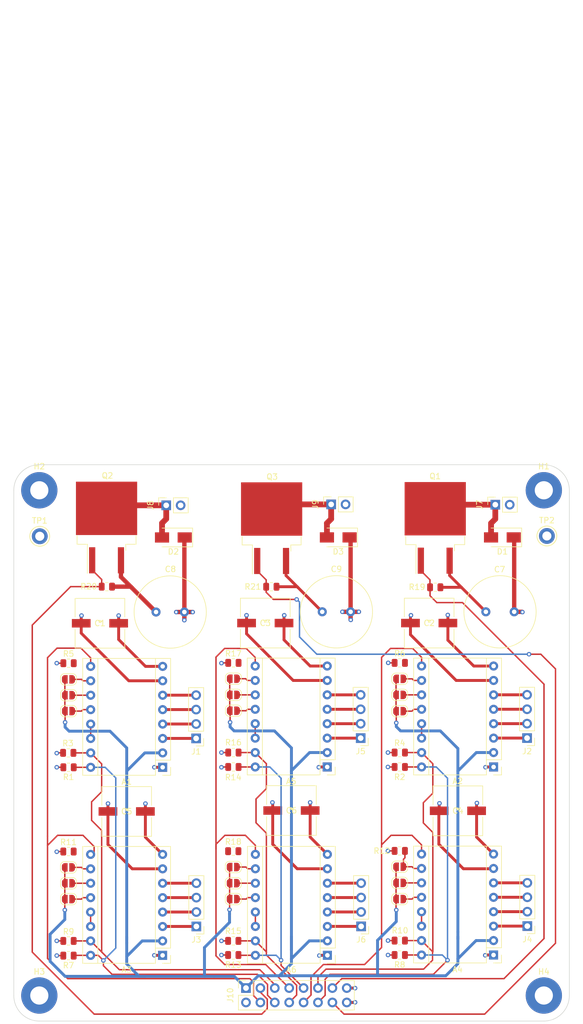
<source format=kicad_pcb>
(kicad_pcb (version 20211014) (generator pcbnew)
  (layers (0 "F.Cu" power) (1 "In1.Cu" signal) (2 "In2.Cu" signal) (31 "B.Cu" power) (34 "B.Paste" user) (35 "F.Paste" user) (36 "B.SilkS" user "B.Silkscreen") (37 "F.SilkS" user "F.Silkscreen") (38 "B.Mask" user) (39 "F.Mask" user) (44 "Edge.Cuts" user))
  (net 0 "")
  (net 1 "GND")
  (net 2 "+3V3")
  (net 3 "Net-(A1-Pad3)")
  (net 4 "Net-(A1-Pad4)")
  (net 5 "Net-(A1-Pad5)")
  (net 6 "Net-(A1-Pad6)")
  (net 7 "+12V")
  (net 8 "P76_EN")
  (net 9 "Net-(A1-Pad10)")
  (net 10 "Net-(A1-Pad11)")
  (net 11 "Net-(A1-Pad12)")
  (net 12 "Net-(A1-Pad13)")
  (net 13 "P77_STEP")
  (net 14 "P78_DIR")
  (net 15 "Net-(A2-Pad3)")
  (net 16 "Net-(A2-Pad4)")
  (net 17 "Net-(A2-Pad5)")
  (net 18 "Net-(A2-Pad6)")
  (net 19 "P82_EN")
  (net 20 "Net-(A2-Pad10)")
  (net 21 "Net-(A2-Pad11)")
  (net 22 "Net-(A2-Pad12)")
  (net 23 "Net-(A2-Pad13)")
  (net 24 "P83_STEP")
  (net 25 "P84_DIR")
  (net 26 "Net-(A3-Pad3)")
  (net 27 "Net-(A3-Pad4)")
  (net 28 "Net-(A3-Pad5)")
  (net 29 "Net-(A3-Pad6)")
  (net 30 "Net-(A3-Pad10)")
  (net 31 "Net-(A3-Pad11)")
  (net 32 "Net-(A3-Pad12)")
  (net 33 "Net-(A3-Pad13)")
  (net 34 "Net-(A4-Pad3)")
  (net 35 "Net-(A4-Pad4)")
  (net 36 "Net-(A4-Pad5)")
  (net 37 "Net-(A4-Pad6)")
  (net 38 "Net-(A4-Pad10)")
  (net 39 "Net-(A4-Pad11)")
  (net 40 "Net-(A4-Pad12)")
  (net 41 "Net-(A4-Pad13)")
  (net 42 "Net-(A5-Pad3)")
  (net 43 "Net-(A5-Pad4)")
  (net 44 "Net-(A5-Pad5)")
  (net 45 "Net-(A5-Pad6)")
  (net 46 "P79_EN")
  (net 47 "Net-(A5-Pad10)")
  (net 48 "Net-(A5-Pad11)")
  (net 49 "Net-(A5-Pad12)")
  (net 50 "Net-(A5-Pad13)")
  (net 51 "P80_STEP")
  (net 52 "P81_DIR")
  (net 53 "Net-(A6-Pad3)")
  (net 54 "Net-(A6-Pad4)")
  (net 55 "Net-(A6-Pad5)")
  (net 56 "Net-(A6-Pad6)")
  (net 57 "Net-(A6-Pad10)")
  (net 58 "Net-(A6-Pad11)")
  (net 59 "Net-(A6-Pad12)")
  (net 60 "Net-(A6-Pad13)")
  (net 61 "Net-(D1-Pad2)")
  (net 62 "Net-(D2-Pad2)")
  (net 63 "Net-(D3-Pad2)")
  (net 64 "P87_MTR1")
  (net 65 "P72_FAN")
  (net 66 "P88_MTR2")
  (footprint "50TZV100M8X10:50TZV100M8X10.5" (layer "F.Cu") (at 122.8444 69.088)
    (fp_text reference "C3")
    (fp_text value "50TZV100M8X10.5")
  )
  (footprint "Resistor_SMD:R_0805_2012Metric" (layer "F.Cu") (at 146.568 76.0984)
    (fp_text reference "R6")
    (fp_text value "100k")
  )
  (footprint "Jumper:SolderJumper-2_P1.3mm_Open_RoundedPad1.0x1.5mm" (layer "F.Cu") (at 117.1956 112.0648)
    (fp_text reference "JP16")
    (fp_text value "JP_MS1")
  )
  (footprint "Connector_PinHeader_2.54mm:PinHeader_1x04_P2.54mm_Vertical" (layer "F.Cu") (at 139.6692 89.3572 180)
    (fp_text reference "J5")
    (fp_text value "Conn_01x04")
  )
  (footprint "Jumper:SolderJumper-2_P1.3mm_Open_RoundedPad1.0x1.5mm" (layer "F.Cu") (at 146.558 114.8588)
    (fp_text reference "JP11")
    (fp_text value "JP_MS2")
  )
  (footprint "Package_TO_SOT_SMD:TO-263-2" (layer "F.Cu") (at 123.962 52.3748 90)
    (fp_text reference "Q3")
    (fp_text value "IRLZ44N")
  )
  (footprint "Resistor_SMD:R_0805_2012Metric" (layer "F.Cu") (at 117.1956 125.0696 180)
    (fp_text reference "R15")
    (fp_text value "10k")
  )
  (footprint "Jumper:SolderJumper-2_P1.3mm_Open_RoundedPad1.0x1.5mm" (layer "F.Cu") (at 88.138 81.798)
    (fp_text reference "JP2")
    (fp_text value "JP_MS2")
  )
  (footprint "Connector_PinHeader_2.54mm:PinHeader_1x04_P2.54mm_Vertical" (layer "F.Cu") (at 169.0216 89.3472 180)
    (fp_text reference "J2")
    (fp_text value "Conn_01x04")
  )
  (footprint "Connector_PinSocket_2.54mm:PinSocket_1x02_P2.54mm_Vertical" (layer "F.Cu") (at 134.4656 48.1842 90)
    (fp_text reference "J9")
    (fp_text value "Conn_01x02")
  )
  (footprint "Jumper:SolderJumper-2_P1.3mm_Open_RoundedPad1.0x1.5mm" (layer "F.Cu") (at 146.558 117.7036)
    (fp_text reference "JP12")
    (fp_text value "JP_MS3")
  )
  (footprint "TestPoint:TestPoint_Keystone_5005-5009_Compact" (layer "F.Cu") (at 83.058 53.7972)
    (fp_text reference "TP1")
    (fp_text value "TestPoint_Small")
  )
  (footprint "Module:Pololu_Breakout-16_15.2x20.3mm" (layer "F.Cu") (at 104.7396 94.498 180)
    (fp_text reference "A1")
    (fp_text value "Pololu_Breakout_A4988")
  )
  (footprint "50TZV100M8X10:50TZV100M8X10.5" (layer "F.Cu") (at 151.75595 69.088)
    (fp_text reference "C2")
    (fp_text value "50TZV100M8X10.5")
  )
  (footprint "Resistor_SMD:R_0805_2012Metric" (layer "F.Cu") (at 88.138 76.1592)
    (fp_text reference "R5")
    (fp_text value "100k")
  )
  (footprint "Jumper:SolderJumper-2_P1.3mm_Open_RoundedPad1.0x1.5mm" (layer "F.Cu") (at 146.558 81.7372)
    (fp_text reference "JP5")
    (fp_text value "JP_MS2")
  )
  (footprint "Connector_PinHeader_2.54mm:PinHeader_1x04_P2.54mm_Vertical" (layer "F.Cu") (at 139.7508 122.5196 180)
    (fp_text reference "J6")
    (fp_text value "Conn_01x04")
  )
  (footprint "MountingHole:MountingHole_3.2mm_M3_Pad" (layer "F.Cu") (at 82.97965 134.6962)
    (fp_text reference "H3")
    (fp_text value "MountingHole_Pad")
  )
  (footprint "Module:Pololu_Breakout-16_15.2x20.3mm" (layer "F.Cu") (at 104.7296 127.6196 180)
    (fp_text reference "A3")
    (fp_text value "Pololu_Breakout_A4988")
  )
  (footprint "Resistor_SMD:R_0805_2012Metric" (layer "F.Cu") (at 146.568 94.4372 180)
    (fp_text reference "R2")
    (fp_text value "10k")
  )
  (footprint "Connector_PinHeader_2.54mm:PinHeader_1x04_P2.54mm_Vertical" (layer "F.Cu") (at 169.06875 122.4688 180)
    (fp_text reference "J4")
    (fp_text value "Conn_01x04")
  )
  (footprint "Diode_SMD:D_SMA" (layer "F.Cu") (at 135.7156 54.0004 180)
    (fp_text reference "D3")
    (fp_text value "SS1200")
  )
  (footprint "Package_TO_SOT_SMD:TO-263-2" (layer "F.Cu") (at 94.8436 52.2578 90)
    (fp_text reference "Q2")
    (fp_text value "IRLZ44N")
  )
  (footprint "Capacitor_THT:C_Radial_D12.5mm_H20.0mm_P5.00mm" (layer "F.Cu") (at 108.5704 67.1422 180)
    (fp_text reference "C8")
    (fp_text value "470u")
  )
  (footprint "50TZV100M8X10:50TZV100M8X10.5" (layer "F.Cu") (at 93.6752 69.1234)
    (fp_text reference "C1")
    (fp_text value "50TZV100M8X10.5")
  )
  (footprint "Connector_PinSocket_2.54mm:PinSocket_1x02_P2.54mm_Vertical" (layer "F.Cu") (at 105.3692 48.3466 90)
    (fp_text reference "J8")
    (fp_text value "Conn_01x02")
  )
  (footprint "Resistor_SMD:R_0805_2012Metric" (layer "F.Cu") (at 146.56435 109.22)
    (fp_text reference "R12")
    (fp_text value "100k")
  )
  (footprint "Resistor_SMD:R_0805_2012Metric" (layer "F.Cu") (at 146.56435 127.5588 180)
    (fp_text reference "R8")
    (fp_text value "10k")
  )
  (footprint "Connector_PinSocket_2.54mm:PinSocket_1x02_P2.54mm_Vertical" (layer "F.Cu") (at 163.4216 48.235 90)
    (fp_text reference "J7")
    (fp_text value "Conn_01x02")
  )
  (footprint "Jumper:SolderJumper-2_P1.3mm_Open_RoundedPad1.0x1.5mm" (layer "F.Cu") (at 88.128 117.7136)
    (fp_text reference "JP9")
    (fp_text value "JP_MS3")
  )
  (footprint "Jumper:SolderJumper-2_P1.3mm_Open_RoundedPad1.0x1.5mm" (layer "F.Cu") (at 88.128 114.9196)
    (fp_text reference "JP8")
    (fp_text value "JP_MS2")
  )
  (footprint "Resistor_SMD:R_0805_2012Metric" (layer "F.Cu") (at 88.0872 91.948 180)
    (fp_text reference "R3")
    (fp_text value "10k")
  )
  (footprint "TestPoint:TestPoint_Keystone_5005-5009_Compact" (layer "F.Cu") (at 172.5168 53.7464)
    (fp_text reference "TP2")
    (fp_text value "TestPoint_Small")
  )
  (footprint "Module:Pololu_Breakout-16_15.2x20.3mm" (layer "F.Cu") (at 133.7972 127.6096 180)
    (fp_text reference "A6")
    (fp_text value "Pololu_Breakout_A4988")
  )
  (footprint "Jumper:SolderJumper-2_P1.3mm_Open_RoundedPad1.0x1.5mm" (layer "F.Cu") (at 88.1276 79.004)
    (fp_text reference "JP1")
    (fp_text value "JP_MS1")
  )
  (footprint "Jumper:SolderJumper-2_P1.3mm_Open_RoundedPad1.0x1.5mm" (layer "F.Cu") (at 117.1956 117.7036)
    (fp_text reference "JP18")
    (fp_text value "JP_MS3")
  )
  (footprint "Resistor_SMD:R_0805_2012Metric" (layer "F.Cu") (at 117.1956 127.5588 180)
    (fp_text reference "R13")
    (fp_text value "10k")
  )
  (footprint "Resistor_SMD:R_0805_2012Metric" (layer "F.Cu") (at 146.568 91.8972 180)
    (fp_text reference "R4")
    (fp_text value "10k")
  )
  (footprint "Resistor_SMD:R_0805_2012Metric" (layer "F.Cu") (at 123.9112 62.6872)
    (fp_text reference "R21")
    (fp_text value "10k")
  )
  (footprint "Resistor_SMD:R_0805_2012Metric" (layer "F.Cu") (at 94.8944 62.6718)
    (fp_text reference "R20")
    (fp_text value "10k")
  )
  (footprint "Jumper:SolderJumper-2_P1.3mm_Open_RoundedPad1.0x1.5mm" (layer "F.Cu") (at 117.2175 84.5312)
    (fp_text reference "JP15")
    (fp_text value "JP_MS3")
  )
  (footprint "Module:Pololu_Breakout-16_15.2x20.3mm" (layer "F.Cu") (at 163.1188 94.4372 180)
    (fp_text reference "A2")
    (fp_text value "Pololu_Breakout_A4988")
  )
  (footprint "Jumper:SolderJumper-2_P1.3mm_Open_RoundedPad1.0x1.5mm" (layer "F.Cu") (at 117.2175 78.8924)
    (fp_text reference "JP13")
    (fp_text value "JP_MS1")
  )
  (footprint "Resistor_SMD:R_0805_2012Metric" (layer "F.Cu") (at 117.1956 109.2708)
    (fp_text reference "R18")
    (fp_text value "100k")
  )
  (footprint "Resistor_SMD:R_0805_2012Metric" (layer "F.Cu") (at 88.128 125.0796 180)
    (fp_text reference "R9")
    (fp_text value "10k")
  )
  (footprint "Connector_PinHeader_2.54mm:PinHeader_1x04_P2.54mm_Vertical" (layer "F.Cu") (at 110.6424 89.408 180)
    (fp_text reference "J1")
    (fp_text value "Conn_01x04")
  )
  (footprint "Connector_PinHeader_2.54mm:PinHeader_1x04_P2.54mm_Vertical" (layer "F.Cu") (at 110.6832 122.5296 180)
    (fp_text reference "J3")
    (fp_text value "Conn_01x04")
  )
  (footprint "50TZV100M8X10:50TZV100M8X10.5" (layer "F.Cu") (at 156.8196 102.1588)
    (fp_text reference "C4")
    (fp_text value "50TZV100M8X10.5")
  )
  (footprint "Diode_SMD:D_SMA" (layer "F.Cu") (at 164.6716 54.0004 180)
    (fp_text reference "D1")
    (fp_text value "SS1200")
  )
  (footprint "Resistor_SMD:R_0805_2012Metric" (layer "F.Cu") (at 88.128 109.3316)
    (fp_text reference "R11")
    (fp_text value "100k")
  )
  (footprint "Jumper:SolderJumper-2_P1.3mm_Open_RoundedPad1.0x1.5mm" (layer "F.Cu") (at 146.558 84.6042)
    (fp_text reference "JP6")
    (fp_text value "JP_MS3")
  )
  (footprint "MountingHole:MountingHole_3.2mm_M3_Pad" (layer "F.Cu") (at 82.97965 45.6962)
    (fp_text reference "H2")
    (fp_text value "MountingHole_Pad")
  )
  (footprint "Diode_SMD:D_SMA" (layer "F.Cu") (at 106.6292 54.0104 180)
    (fp_text reference "D2")
    (fp_text value "SS1200")
  )
  (footprint "Resistor_SMD:R_0805_2012Metric" (layer "F.Cu") (at 146.56435 125.0188 180)
    (fp_text reference "R10")
    (fp_text value "10k")
  )
  (footprint "Connector_PinSocket_2.54mm:PinSocket_2x08_P2.54mm_Vertical" (layer "F.Cu") (at 119.43945 133.3808 90)
    (fp_text reference "J10")
    (fp_text value "MOTOR")
  )
  (footprint "Jumper:SolderJumper-2_P1.3mm_Open_RoundedPad1.0x1.5mm" (layer "F.Cu") (at 88.1176 112.1256)
    (fp_text reference "JP7")
    (fp_text value "JP_MS1")
  )
  (footprint "Jumper:SolderJumper-2_P1.3mm_Open_RoundedPad1.0x1.5mm" (layer "F.Cu") (at 146.558 78.9146)
    (fp_text reference "JP4")
    (fp_text value "JP_MS1")
  )
  (footprint "Package_TO_SOT_SMD:TO-263-2" (layer "F.Cu") (at 152.82275 52.324 90)
    (fp_text reference "Q1")
    (fp_text value "IRLZ44N")
  )
  (footprint "Resistor_SMD:R_0805_2012Metric" (layer "F.Cu") (at 117.2156 91.8972 180)
    (fp_text reference "R16")
    (fp_text value "10k")
  )
  (footprint "Resistor_SMD:R_0805_2012Metric" (layer "F.Cu") (at 88.138 94.498 180)
    (fp_text reference "R1")
    (fp_text value "10k")
  )
  (footprint "MountingHole:MountingHole_3.2mm_M3_Pad" (layer "F.Cu") (at 171.97965 45.6962)
    (fp_text reference "H1")
    (fp_text value "MountingHole_Pad")
  )
  (footprint "MountingHole:MountingHole_3.2mm_M3_Pad" (layer "F.Cu") (at 171.97965 134.6962)
    (fp_text reference "H4")
    (fp_text value "MountingHole_Pad")
  )
  (footprint "Resistor_SMD:R_0805_2012Metric" (layer "F.Cu") (at 152.82275 62.7888)
    (fp_text reference "R19")
    (fp_text value "10k")
  )
  (footprint "Capacitor_THT:C_Radial_D12.5mm_H20.0mm_P5.00mm" (layer "F.Cu") (at 166.75275 67.1068 180)
    (fp_text reference "C7")
    (fp_text value "470u")
  )
  (footprint "Module:Pololu_Breakout-16_15.2x20.3mm" (layer "F.Cu") (at 133.7664 94.4372 180)
    (fp_text reference "A5")
    (fp_text value "Pololu_Breakout_A4988")
  )
  (footprint "50TZV100M8X10:50TZV100M8X10.5" (layer "F.Cu") (at 98.3896 102.2704)
    (fp_text reference "C5")
    (fp_text value "50TZV100M8X10.5")
  )
  (footprint "50TZV100M8X10:50TZV100M8X10.5" (layer "F.Cu") (at 127.4572 102.108)
    (fp_text reference "C6")
    (fp_text value "50TZV100M8X10.5")
  )
  (footprint "Module:Pololu_Breakout-16_15.2x20.3mm" (layer "F.Cu") (at 163.1088 127.5588 180)
    (fp_text reference "A4")
    (fp_text value "Pololu_Breakout_A4988")
  )
  (footprint "Resistor_SMD:R_0805_2012Metric" (layer "F.Cu") (at 117.2156 76.0984)
    (fp_text reference "R17")
    (fp_text value "100k")
  )
  (footprint "Jumper:SolderJumper-2_P1.3mm_Open_RoundedPad1.0x1.5mm" (layer "F.Cu") (at 117.1956 114.9096)
    (fp_text reference "JP17")
    (fp_text value "JP_MS2")
  )
  (footprint "Jumper:SolderJumper-2_P1.3mm_Open_RoundedPad1.0x1.5mm" (layer "F.Cu") (at 117.2175 81.7372)
    (fp_text reference "JP14")
    (fp_text value "JP_MS2")
  )
  (footprint "Resistor_SMD:R_0805_2012Metric" (layer "F.Cu") (at 88.128 127.6704 180)
    (fp_text reference "R7")
    (fp_text value "10k")
  )
  (footprint "Resistor_SMD:R_0805_2012Metric" (layer "F.Cu") (at 117.2156 94.4372 180)
    (fp_text reference "R14")
    (fp_text value "10k")
  )
  (footprint "Capacitor_THT:C_Radial_D12.5mm_H20.0mm_P5.00mm" (layer "F.Cu") (at 137.892 67.1068 180)
    (fp_text reference "C9")
    (fp_text value "470u")
  )
  (footprint "Jumper:SolderJumper-2_P1.3mm_Open_RoundedPad1.0x1.5mm" (layer "F.Cu") (at 146.558 112.014)
    (fp_text reference "JP10")
    (fp_text value "JP_MS1")
  )
  (footprint "Jumper:SolderJumper-2_P1.3mm_Open_RoundedPad1.0x1.5mm" (layer "F.Cu") (at 88.138 84.592)
    (fp_text reference "JP3")
    (fp_text value "JP_MS3")
  )
  (gr_line (start 171.97965 139.1962) (end 82.97965 139.1962) (layer "Edge.Cuts") (width 0.1))
  (gr_line (start 78.47965 134.6962) (end 78.47965 45.6962) (layer "Edge.Cuts") (width 0.1))
  (gr_line (start 176.47965 45.6962) (end 176.47965 134.6962) (layer "Edge.Cuts") (width 0.1))
  (gr_arc (start 176.47965 134.6962) (mid 175.161631 137.878181) (end 171.97965 139.1962) (layer "Edge.Cuts") (width 0.1))
  (gr_arc (start 78.479651 45.6962) (mid 79.798826 42.513919) (end 82.979639 41.191209) (layer "Edge.Cuts") (width 0.1))
  (gr_arc (start 171.97965 41.1962) (mid 175.161631 42.514219) (end 176.47965 45.6962) (layer "Edge.Cuts") (width 0.1))
  (gr_line (start 82.97965 41.1962) (end 171.97965 41.1962) (layer "Edge.Cuts") (width 0.1))
  (gr_arc (start 82.97965 139.1962) (mid 79.797669 137.878181) (end 78.47965 134.6962) (layer "Edge.Cuts") (width 0.1))
  (segment (start 86.0552 94.488) (end 87.2155 94.488) (width 0.254) (layer "F.Cu") (net 1))
  (segment (start 153.5176 102.1588) (end 153.5176 100.8888) (width 0.508) (layer "F.Cu") (net 1))
  (segment (start 99.1 62.6718) (end 95.8069 62.6718) (width 0.762) (layer "F.Cu") (net 1))
  (segment (start 148.45395 67.80165) (end 148.5392 67.7164) (width 0.508) (layer "F.Cu") (net 1))
  (segment (start 148.45395 69.088) (end 148.45395 71.13635) (width 0.508) (layer "F.Cu") (net 1))
  (segment (start 97.3836 60.96) (end 97.3882 60.96) (width 0.762) (layer "F.Cu") (net 1))
  (segment (start 87.2155 94.488) (end 87.2255 94.498) (width 0.254) (layer "F.Cu") (net 1))
  (segment (start 145.6555 94.4372) (end 144.4752 94.4372) (width 0.254) (layer "F.Cu") (net 1))
  (segment (start 90.3732 69.1234) (end 90.3732 67.818) (width 0.508) (layer "F.Cu") (net 1))
  (segment (start 138.684 135.89) (end 138.6532 135.9208) (width 0.508) (layer "F.Cu") (net 1))
  (segment (start 163.1188 94.4372) (end 161.7472 94.4372) (width 0.508) (layer "F.Cu") (net 1))
  (segment (start 115.1128 125.0696) (end 116.2831 125.0696) (width 0.254) (layer "F.Cu") (net 1))
  (segment (start 133.7664 94.4372) (end 132.334 94.4372) (width 0.508) (layer "F.Cu") (net 1))
  (segment (start 86.0552 127.6604) (end 87.2055 127.6604) (width 0.254) (layer "F.Cu") (net 1))
  (segment (start 119.5424 69.088) (end 119.5424 70.9776) (width 0.508) (layer "F.Cu") (net 1))
  (segment (start 156.5148 79.1972) (end 163.1188 79.1972) (width 0.508) (layer "F.Cu") (net 1))
  (segment (start 103.2864 94.498) (end 103.2764 94.488) (width 0.508) (layer "F.Cu") (net 1))
  (segment (start 153.5176 100.8888) (end 153.5684 100.838) (width 0.508) (layer "F.Cu") (net 1))
  (segment (start 90.3732 67.818) (end 90.424 67.7672) (width 0.508) (layer "F.Cu") (net 1))
  (segment (start 97.3882 60.96) (end 99.3671 62.9389) (width 0.762) (layer "F.Cu") (net 1))
  (segment (start 124.1552 102.108) (end 124.1552 108.0516) (width 0.508) (layer "F.Cu") (net 1))
  (segment (start 97.3836 58.0328) (end 97.3836 60.96) (width 0.762) (layer "F.Cu") (net 1))
  (segment (start 115.1636 94.4372) (end 115.1128 94.488) (width 0.254) (layer "F.Cu") (net 1))
  (segment (start 153.73525 62.7888) (end 157.43475 62.7888) (width 0.508) (layer "F.Cu") (net 1))
  (segment (start 128.6252 62.84) (end 132.892 67.1068) (width 0.508) (layer "F.Cu") (net 1))
  (segment (start 86.0552 125.0696) (end 87.2055 125.0696) (width 0.254) (layer "F.Cu") (net 1))
  (segment (start 126.502 58.1498) (end 126.502 60.7168) (width 0.508) (layer "F.Cu") (net 1))
  (segment (start 128.4732 112.3696) (end 133.7972 112.3696) (width 0.508) (layer "F.Cu") (net 1))
  (segment (start 127.762 79.1972) (end 133.7664 79.1972) (width 0.508) (layer "F.Cu") (net 1))
  (segment (start 144.4905 125.0188) (end 145.65185 125.0188) (width 0.254) (layer "F.Cu") (net 1))
  (segment (start 132.334 94.4372) (end 132.2832 94.488) (width 0.508) (layer "F.Cu") (net 1))
  (segment (start 104.7396 94.498) (end 103.2864 94.498) (width 0.508) (layer "F.Cu") (net 1))
  (segment (start 124.1552 100.7364) (end 124.1044 100.6856) (width 0.508) (layer "F.Cu") (net 1))
  (segment (start 103.2864 127.6196) (end 103.2764 127.6096) (width 0.508) (layer "F.Cu") (net 1))
  (segment (start 145.6555 91.8972) (end 144.4752 91.8972) (width 0.254) (layer "F.Cu") (net 1))
  (segment (start 99.3748 112.3796) (end 104.7296 112.3796) (width 0.508) (layer "F.Cu") (net 1))
  (segment (start 95.0876 108.0924) (end 99.3748 112.3796) (width 0.508) (layer "F.Cu") (net 1))
  (segment (start 87.2055 127.6604) (end 87.2155 127.6704) (width 0.254) (layer "F.Cu") (net 1))
  (segment (start 161.7472 94.4372) (end 161.6964 94.488) (width 0.508) (layer "F.Cu") (net 1))
  (segment (start 98.7652 79.258) (end 104.7396 79.258) (width 0.508) (layer "F.Cu") (net 1))
  (segment (start 161.6456 127.6096) (end 161.6964 127.5588) (width 0.508) (layer "F.Cu") (net 1))
  (segment (start 95.0876 102.2704) (end 95.0876 108.0924) (width 0.508) (layer "F.Cu") (net 1))
  (segment (start 116.3031 94.4372) (end 115.1636 94.4372) (width 0.254) (layer "F.Cu") (net 1))
  (segment (start 90.3732 69.1234) (end 90.3732 70.866) (width 0.508) (layer "F.Cu") (net 1))
  (segment (start 119.5324 67.7164) (end 119.5424 67.7264) (width 0.508) (layer "F.Cu") (net 1))
  (segment (start 132.4356 127.6096) (end 132.3848 127.6604) (width 0.508) (layer "F.Cu") (net 1))
  (segment (start 148.45395 69.088) (end 148.45395 67.80165) (width 0.508) (layer "F.Cu") (net 1))
  (segment (start 161.6964 127.5588) (end 163.1088 127.5588) (width 0.508) (layer "F.Cu") (net 1))
  (segment (start 145.65185 109.22) (end 144.4752 109.22) (width 0.254) (layer "F.Cu") (net 1))
  (segment (start 155.36275 60.7168) (end 157.482775 62.836825) (width 0.508) (layer "F.Cu") (net 1))
  (segment (start 90.3732 70.866) (end 98.7652 79.258) (width 0.508) (layer "F.Cu") (net 1))
  (segment (start 116.3031 76.0984) (end 115.1636 76.0984) (width 0.254) (layer "F.Cu") (net 1))
  (segment (start 153.46045 102.1588) (end 153.46045 108.04525) (width 0.508) (layer "F.Cu") (net 1))
  (segment (start 133.7972 127.6096) (end 132.4356 127.6096) (width 0.508) (layer "F.Cu") (net 1))
  (segment (start 115.1128 91.8972) (end 116.3031 91.8972) (width 0.254) (layer "F.Cu") (net 1))
  (segment (start 137.4848 135.9208) (end 137.21945 135.9208) (width 0.508) (layer "F.Cu") (net 1))
  (segment (start 128.4724 62.6872) (end 124.8237 62.6872) (width 0.508) (layer "F.Cu") (net 1))
  (segment (start 126.502 60.7168) (end 128.6252 62.84) (width 0.508) (layer "F.Cu") (net 1))
  (segment (start 95.0876 100.8988) (end 95.0876 102.2704) (width 0.508) (layer "F.Cu") (net 1))
  (segment (start 104.7296 127.6196) (end 103.2864 127.6196) (width 0.508) (layer "F.Cu") (net 1))
  (segment (start 153.46045 108.04525) (end 157.7848 112.3696) (width 0.508) (layer "F.Cu") (net 1))
  (segment (start 116.2831 127.5588) (end 115.1128 127.5588) (width 0.254) (layer "F.Cu") (net 1))
  (segment (start 87.2055 125.0696) (end 87.2155 125.0796) (width 0.254) (layer "F.Cu") (net 1))
  (segment (start 153.814225 62.709825) (end 153.73525 62.7888) (width 0.508) (layer "F.Cu") (net 1))
  (segment (start 145.6555 76.0984) (end 144.526 76.0984) (width 0.254) (layer "F.Cu") (net 1))
  (segment (start 157.482775 62.836825) (end 161.75275 67.1068) (width 0.508) (layer "F.Cu") (net 1))
  (segment (start 124.1552 102.108) (end 124.1552 100.7364) (width 0.508) (layer "F.Cu") (net 1))
  (segment (start 124.8237 62.6872) (end 124.8237 62.3951) (width 0.508) (layer "F.Cu") (net 1))
  (segment (start 86.0552 109.3724) (end 86.096 109.3316) (width 0.254) (layer "F.Cu") (net 1))
  (segment (start 86.096 109.3316) (end 87.2155 109.3316) (width 0.254) (layer "F.Cu") (net 1))
  (segment (start 99.3671 62.9389) (end 99.1 62.6718) (width 0.762) (layer "F.Cu") (net 1))
  (segment (start 115.1636 76.0984) (end 115.1128 76.1492) (width 0.254) (layer "F.Cu") (net 1))
  (segment (start 157.43475 62.7888) (end 157.482775 62.836825) (width 0.508) (layer "F.Cu") (net 1))
  (segment (start 144.4905 127.5588) (end 145.65185 127.5588) (width 0.254) (layer "F.Cu") (net 1))
  (segment (start 124.1552 108.0516) (end 128.4732 112.3696) (width 0.508) (layer "F.Cu") (net 1))
  (segment (start 128.6252 62.84) (end 128.4724 62.6872) (width 0.508) (layer "F.Cu") (net 1))
  (segment (start 119.5424 70.9776) (end 127.762 79.1972) (width 0.508) (layer "F.Cu") (net 1))
  (segment (start 138.6532 135.9208) (end 137.21945 135.9208) (width 0.508) (layer "F.Cu") (net 1))
  (segment (start 86.0552 91.9988) (end 86.106 91.948) (width 0.254) (layer "F.Cu") (net 1))
  (segment (start 86.106 91.948) (end 87.1747 91.948) (width 0.254) (layer "F.Cu") (net 1))
  (segment (start 157.7848 112.3696) (end 163.5533 112.3696) (width 0.508) (layer "F.Cu") (net 1))
  (segment (start 155.36275 60.7168) (end 155.36275 58.099) (width 0.508) (layer "F.Cu") (net 1))
  (segment (start 95.0976 100.8888) (end 95.0876 100.8988) (width 0.508) (layer "F.Cu") (net 1))
  (segment (start 99.3671 62.9389) (end 103.5704 67.1422) (width 0.762) (layer "F.Cu") (net 1))
  (segment (start 119.5424 67.7264) (end 119.5424 69.088) (width 0.508) (layer "F.Cu") (net 1))
  (segment (start 86.0652 76.1592) (end 86.0552 76.1492) (width 0.254) (layer "F.Cu") (net 1))
  (segment (start 87.2255 76.1592) (end 86.0652 76.1592) (width 0.254) (layer "F.Cu") (net 1))
  (segment (start 148.45395 71.13635) (end 156.5148 79.1972) (width 0.508) (layer "F.Cu") (net 1))
  (via (at 148.5392 67.7164) (size 0.8) (drill 0.4) (layers "F.Cu" "B.Cu") (net 1))
  (via (at 86.0552 125.0696) (size 0.8) (drill 0.4) (layers "F.Cu" "B.Cu") (net 1))
  (via (at 144.4752 91.8972) (size 0.8) (drill 0.4) (layers "F.Cu" "B.Cu") (net 1))
  (via (at 132.2832 94.488) (size 0.8) (drill 0.4) (layers "F.Cu" "B.Cu") (net 1))
  (via (at 86.0552 91.9988) (size 0.8) (drill 0.4) (layers "F.Cu" "B.Cu") (net 1))
  (via (at 115.1128 125.0696) (size 0.8) (drill 0.4) (layers "F.Cu" "B.Cu") (net 1))
  (via (at 144.526 76.0984) (size 0.8) (drill 0.4) (layers "F.Cu" "B.Cu") (net 1))
  (via (at 144.4905 125.0188) (size 0.8) (drill 0.4) (layers "F.Cu" "B.Cu") (net 1))
  (via (at 144.4752 109.22) (size 0.8) (drill 0.4) (layers "F.Cu" "B.Cu") (net 1))
  (via (at 119.5324 67.7164) (size 0.8) (drill 0.4) (layers "F.Cu" "B.Cu") (net 1))
  (via (at 144.4905 127.5588) (size 0.8) (drill 0.4) (layers "F.Cu" "B.Cu") (net 1))
  (via (at 86.0552 109.3724) (size 0.8) (drill 0.4) (layers "F.Cu" "B.Cu") (net 1))
  (via (at 86.0552 127.6604) (size 0.8) (drill 0.4) (layers "F.Cu" "B.Cu") (net 1))
  (via (at 161.6456 127.6096) (size 0.8) (drill 0.4) (layers "F.Cu" "B.Cu") (net 1))
  (via (at 115.1128 127.5588) (size 0.8) (drill 0.4) (layers "F.Cu" "B.Cu") (net 1))
  (via (at 124.1044 100.6856) (size 0.8) (drill 0.4) (layers "F.Cu" "B.Cu") (net 1))
  (via (at 95.0976 100.8888) (size 0.8) (drill 0.4) (layers "F.Cu" "B.Cu") (net 1))
  (via (at 86.0552 76.1492) (size 0.8) (drill 0.4) (layers "F.Cu" "B.Cu") (net 1))
  (via (at 103.2764 94.488) (size 0.8) (drill 0.4) (layers "F.Cu" "B.Cu") (net 1))
  (via (at 103.2764 127.6096) (size 0.8) (drill 0.4) (layers "F.Cu" "B.Cu") (net 1))
  (via (at 138.684 135.89) (size 0.8) (drill 0.4) (layers "F.Cu" "B.Cu") (net 1))
  (via (at 86.0552 94.488) (size 0.8) (drill 0.4) (layers "F.Cu" "B.Cu") (net 1))
  (via (at 115.1128 91.8972) (size 0.8) (drill 0.4) (layers "F.Cu" "B.Cu") (net 1))
  (via (at 115.1128 94.488) (size 0.8) (drill 0.4) (layers "F.Cu" "B.Cu") (net 1))
  (via (at 132.3848 127.6604) (size 0.8) (drill 0.4) (layers "F.Cu" "B.Cu") (net 1))
  (via (at 153.5684 100.838) (size 0.8) (drill 0.4) (layers "F.Cu" "B.Cu") (net 1))
  (via (at 115.1128 76.1492) (size 0.8) (drill 0.4) (layers "F.Cu" "B.Cu") (net 1))
  (via (at 90.424 67.7672) (size 0.8) (drill 0.4) (layers "F.Cu" "B.Cu") (net 1))
  (via (at 161.6964 94.488) (size 0.8) (drill 0.4) (layers "F.Cu" "B.Cu") (net 1))
  (via (at 144.4752 94.4372) (size 0.8) (drill 0.4) (layers "F.Cu" "B.Cu") (net 1))
  (segment (start 116.5675 84.5312) (end 116.5675 81.7372) (width 0.254) (layer "F.Cu") (net 2))
  (segment (start 116.6368 86.5632) (end 116.6368 84.6005) (width 0.254) (layer "F.Cu") (net 2))
  (segment (start 87.478 114.9196) (end 87.478 112.136) (width 0.254) (layer "F.Cu") (net 2))
  (segment (start 145.908 117.7036) (end 145.908 119.5936) (width 0.254) (layer "F.Cu") (net 2))
  (segment (start 87.488 84.592) (end 87.488 81.798) (width 0.254) (layer "F.Cu") (net 2))
  (segment (start 145.9484 86.6648) (end 145.9484 84.6446) (width 0.254) (layer "F.Cu") (net 2))
  (segment (start 87.478 112.136) (end 87.4676 112.1256) (width 0.254) (layer "F.Cu") (net 2))
  (segment (start 145.908 81.7372) (end 145.908 78.9146) (width 0.254) (layer "F.Cu") (net 2))
  (segment (start 116.5456 117.7036) (end 116.5456 114.9096) (width 0.254) (layer "F.Cu") (net 2))
  (segment (start 145.908 84.6042) (end 145.908 81.7372) (width 0.254) (layer "F.Cu") (net 2))
  (segment (start 145.908 114.8588) (end 145.908 112.014) (width 0.254) (layer "F.Cu") (net 2))
  (segment (start 87.478 119.6336) (end 87.4776 119.634) (width 0.254) (layer "F.Cu") (net 2))
  (segment (start 145.908 119.5936) (end 145.9484 119.634) (width 0.254) (layer "F.Cu") (net 2))
  (segment (start 87.488 81.798) (end 87.488 79.0144) (width 0.254) (layer "F.Cu") (net 2))
  (segment (start 87.478 117.7136) (end 87.478 119.6336) (width 0.254) (layer "F.Cu") (net 2))
  (segment (start 145.908 117.7036) (end 145.908 114.8588) (width 0.254) (layer "F.Cu") (net 2))
  (segment (start 116.5456 114.9096) (end 116.5456 112.0648) (width 0.254) (layer "F.Cu") (net 2))
  (segment (start 116.6368 84.6005) (end 116.5675 84.5312) (width 0.254) (layer "F.Cu") (net 2))
  (segment (start 87.5284 86.5632) (end 87.5284 84.6324) (width 0.254) (layer "F.Cu") (net 2))
  (segment (start 87.488 79.0144) (end 87.4776 79.004) (width 0.254) (layer "F.Cu") (net 2))
  (segment (start 145.9484 84.6446) (end 145.908 84.6042) (width 0.254) (layer "F.Cu") (net 2))
  (segment (start 87.5284 84.6324) (end 87.488 84.592) (width 0.254) (layer "F.Cu") (net 2))
  (segment (start 116.5456 119.5728) (end 116.5352 119.5832) (width 0.254) (layer "F.Cu") (net 2))
  (segment (start 87.478 117.7136) (end 87.478 114.9196) (width 0.254) (layer "F.Cu") (net 2))
  (segment (start 116.5456 117.7036) (end 116.5456 119.5728) (width 0.254) (layer "F.Cu") (net 2))
  (segment (start 116.5675 81.7372) (end 116.5675 78.8924) (width 0.254) (layer "F.Cu") (net 2))
  (via (at 145.9484 86.6648) (size 0.8) (drill 0.4) (layers "F.Cu" "B.Cu") (net 2))
  (via (at 145.9484 119.634) (size 0.8) (drill 0.4) (layers "F.Cu" "B.Cu") (net 2))
  (via (at 87.4776 119.634) (size 0.8) (drill 0.4) (layers "F.Cu" "B.Cu") (net 2))
  (via (at 116.6368 86.5632) (size 0.8) (drill 0.4) (layers "F.Cu" "B.Cu") (net 2))
  (via (at 87.5284 86.5632) (size 0.8) (drill 0.4) (layers "F.Cu" "B.Cu") (net 2))
  (via (at 116.5352 119.5832) (size 0.8) (drill 0.4) (layers "F.Cu" "B.Cu") (net 2))
  (segment (start 156.8196 91.186) (end 153.7208 88.0872) (width 0.508) (layer "B.Cu") (net 2))
  (segment (start 145.9484 87.3252) (end 145.9484 86.6648) (width 0.508) (layer "B.Cu") (net 2))
  (segment (start 130.6068 125.0696) (end 133.7972 125.0696) (width 0.508) (layer "B.Cu") (net 2))
  (segment (start 98.3996 127.8128) (end 98.3996 125.3236) (width 0.508) (layer "B.Cu") (net 2))
  (segment (start 88.233111 88.131511) (end 95.446711 88.131511) (width 0.508) (layer "B.Cu") (net 2))
  (segment (start 127.4572 126.6952) (end 127.4572 128.3208) (width 0.508) (layer "B.Cu") (net 2))
  (segment (start 116.6368 87.376) (end 117.348 88.0872) (width 0.508) (layer "B.Cu") (net 2))
  (segment (start 127.4572 128.3208) (end 127.4572 129.0828) (width 0.508) (layer "B.Cu") (net 2))
  (segment (start 160.0708 91.8972) (end 163.1188 91.8972) (width 0.508) (layer "B.Cu") (net 2))
  (segment (start 156.8196 123.4948) (end 156.8196 95.1484) (width 0.508) (layer "B.Cu") (net 2))
  (segment (start 125.3236 131.2164) (end 123.6472 131.2164) (width 0.508) (layer "B.Cu") (net 2))
  (segment (start 156.8196 128.2192) (end 156.8196 129.0828) (width 0.508) (layer "B.Cu") (net 2))
  (segment (start 146.7104 88.0872) (end 145.9484 87.3252) (width 0.508) (layer "B.Cu") (net 2))
  (segment (start 87.5284 87.4268) (end 88.233111 88.131511) (width 0.508) (layer "B.Cu") (net 2))
  (segment (start 117.37665 131.318) (end 113.792 131.318) (width 0.508) (layer "B.Cu") (net 2))
  (segment (start 145.9484 119.634) (end 145.9484 121.666) (width 0.508) (layer "B.Cu") (net 2))
  (segment (start 127.4572 95.0976) (end 130.6576 91.8972) (width 0.508) (layer "B.Cu") (net 2))
  (segment (start 87.4776 121.3104) (end 87.4776 119.634) (width 0.508) (layer "B.Cu") (net 2))
  (segment (start 127.4572 124.2568) (end 127.4572 126.6952) (width 0.508) (layer "B.Cu") (net 2))
  (segment (start 101.59 91.958) (end 104.7396 91.958) (width 0.508) (layer "B.Cu") (net 2))
  (segment (start 98.3996 91.0844) (end 98.3996 95.6056) (width 0.508) (layer "B.Cu") (net 2))
  (segment (start 95.446711 88.131511) (end 98.3996 91.0844) (width 0.508) (layer "B.Cu") (net 2))
  (segment (start 100.584 131.318) (end 98.3996 129.1336) (width 0.508) (layer "B.Cu") (net 2))
  (segment (start 156.8196 95.1484) (end 156.8196 91.186) (width 0.508) (layer "B.Cu") (net 2))
  (segment (start 112.1156 126.238) (end 116.5352 121.8184) (width 0.508) (layer "B.Cu") (net 2))
  (segment (start 98.3996 95.1484) (end 101.59 91.958) (width 0.508) (layer "B.Cu") (net 2))
  (segment (start 160.02 125.0188) (end 163.1088 125.0188) (width 0.508) (layer "B.Cu") (net 2))
  (segment (start 121.60385 131.2164) (end 119.43945 133.3808) (width 0.508) (layer "B.Cu") (net 2))
  (segment (start 124.46 88.0872) (end 127.4572 91.0844) (width 0.508) (layer "B.Cu") (net 2))
  (segment (start 156.8196 129.0828) (end 154.686 131.2164) (width 0.508) (layer "B.Cu") (net 2))
  (segment (start 98.3996 124.3584) (end 98.3996 124.9172) (width 0.508) (layer "B.Cu") (net 2))
  (segment (start 154.686 131.2164) (end 142.7988 131.2164) (width 0.508) (layer "B.Cu") (net 2))
  (segment (start 101.1328 125.0796) (end 98.3996 127.8128) (width 0.508) (layer "B.Cu") (net 2))
  (segment (start 156.8196 128.2192) (end 160.02 125.0188) (width 0.508) (layer "B.Cu") (net 2))
  (segment (start 130.6576 91.8972) (end 133.7664 91.8972) (width 0.508) (layer "B.Cu") (net 2))
  (segment (start 142.7988 131.2164) (end 121.60385 131.2164) (width 0.508) (layer "B.Cu") (net 2))
  (segment (start 119.43945 133.3808) (end 117.37665 131.318) (width 0.508) (layer "B.Cu") (net 2))
  (segment (start 87.5284 86.5632) (end 87.5284 87.4268) (width 0.508) (layer "B.Cu") (net 2))
  (segment (start 84.8868 123.9012) (end 87.4776 121.3104) (width 0.508) (layer "B.Cu") (net 2))
  (segment (start 142.6464 124.968) (end 142.6464 131.064) (width 0.508) (layer "B.Cu") (net 2))
  (segment (start 112.1156 131.318) (end 112.1156 126.238) (width 0.508) (layer "B.Cu") (net 2))
  (segment (start 116.5352 121.8184) (end 116.5352 120.3452) (width 0.508) (layer "B.Cu") (net 2))
  (segment (start 113.792 131.318) (end 112.1156 131.318) (width 0.508) (layer "B.Cu") (net 2))
  (segment (start 116.6368 86.5632) (end 116.6368 87.376) (width 0.508) (layer "B.Cu") (net 2))
  (segment (start 142.6464 131.064) (end 142.7988 131.2164) (width 0.508) (layer "B.Cu") (net 2))
  (segment (start 101.6508 131.318) (end 87.5284 131.318) (width 0.508) (layer "B.Cu") (net 2))
  (segment (start 98.3996 125.5268) (end 98.3996 95.1484) (width 0.508) (layer "B.Cu") (net 2))
  (segment (start 156.8196 123.4948) (end 156.8196 128.2192) (width 0.508) (layer "B.Cu") (net 2))
  (segment (start 127.4572 91.0844) (end 127.4572 96.4184) (width 0.508) (layer "B.Cu") (net 2))
  (segment (start 87.5284 131.318) (end 84.8868 128.6764) (width 0.508) (layer "B.Cu") (net 2))
  (segment (start 156.8196 124.3076) (end 156.8196 124.7648) (width 0.508) (layer "B.Cu") (net 2))
  (segment (start 156.8196 95.1484) (end 160.0708 91.8972) (width 0.508) (layer "B.Cu") (net 2))
  (segment (start 127.4572 129.0828) (end 125.3236 131.2164) (width 0.508) (layer "B.Cu") (net 2))
  (segment (start 127.4572 126.6952) (end 127.4572 95.0976) (width 0.508) (layer "B.Cu") (net 2))
  (segment (start 112.1156 131.318) (end 101.6508 131.318) (width 0.508) (layer "B.Cu") (net 2))
  (segment (start 98.3996 128.4224) (end 98.3996 127.8128) (width 0.508) (layer "B.Cu") (net 2))
  (segment (start 145.9484 121.666) (end 142.6464 124.968) (width 0.508) (layer "B.Cu") (net 2))
  (segment (start 127.4572 128.2192) (end 130.6068 125.0696) (width 0.508) (layer "B.Cu") (net 2))
  (segment (start 98.3996 129.1336) (end 98.3996 128.4224) (width 0.508) (layer "B.Cu") (net 2))
  (segment (start 116.5352 119.5832) (end 116.5352 120.3452) (width 0.508) (layer "B.Cu") (net 2))
  (segment (start 84.8868 128.6764) (end 84.8868 123.9012) (width 0.508) (layer "B.Cu") (net 2))
  (segment (start 101.6508 131.318) (end 100.584 131.318) (width 0.508) (layer "B.Cu") (net 2))
  (segment (start 127.4572 128.3208) (end 127.4572 128.2192) (width 0.508) (layer "B.Cu") (net 2))
  (segment (start 117.348 88.0872) (end 124.46 88.0872) (width 0.508) (layer "B.Cu") (net 2))
  (segment (start 153.7208 88.0872) (end 146.7104 88.0872) (width 0.508) (layer "B.Cu") (net 2))
  (segment (start 104.7296 125.0796) (end 101.1328 125.0796) (width 0.508) (layer "B.Cu") (net 2))
  (segment (start 110.6424 89.408) (end 104.7496 89.408) (width 0.508) (layer "F.Cu") (net 3))
  (segment (start 104.7496 89.408) (end 104.7396 89.418) (width 0.508) (layer "F.Cu") (net 3))
  (segment (start 110.6424 86.868) (end 104.7496 86.868) (width 0.508) (layer "F.Cu") (net 4))
  (segment (start 104.7496 86.868) (end 104.7396 86.878) (width 0.508) (layer "F.Cu") (net 4))
  (segment (start 104.7496 84.328) (end 104.7396 84.338) (width 0.508) (layer "F.Cu") (net 5))
  (segment (start 110.6424 84.328) (end 104.7496 84.328) (width 0.508) (layer "F.Cu") (net 5))
  (segment (start 110.6424 81.788) (end 104.7496 81.788) (width 0.508) (layer "F.Cu") (net 6))
  (segment (start 104.7496 81.788) (end 104.7396 81.798) (width 0.508) (layer "F.Cu") (net 6))
  (segment (start 101.6916 102.2704) (end 101.6916 106.8016) (width 0.508) (layer "F.Cu") (net 7))
  (segment (start 137.892 67.1068) (end 137.892 54.1768) (width 0.762) (layer "F.Cu") (net 7))
  (segment (start 107.1372 67.1576) (end 107.1526 67.1422) (width 0.762) (layer "F.Cu") (net 7))
  (segment (start 155.05795 69.088) (end 155.05795 72.10155) (width 0.508) (layer "F.Cu") (net 7))
  (segment (start 130.7592 102.108) (end 130.7592 100.6856) (width 0.508) (layer "F.Cu") (net 7))
  (segment (start 108.5704 67.1422) (end 110.0174 67.1422) (width 0.762) (layer "F.Cu") (net 7))
  (segment (start 108.5704 54.0692) (end 108.6292 54.0104) (width 0.762) (layer "F.Cu") (net 7))
  (segment (start 168.148 67.1068) (end 168.1988 67.1576) (width 0.762) (layer "F.Cu") (net 7))
  (segment (start 126.1464 69.088) (end 126.1464 67.7572) (width 0.508) (layer "F.Cu") (net 7))
  (segment (start 101.6916 106.8016) (end 104.7296 109.8396) (width 0.508) (layer "F.Cu") (net 7))
  (segment (start 130.7592 106.7916) (end 133.7972 109.8296) (width 0.508) (layer "F.Cu") (net 7))
  (segment (start 166.75275 54.08155) (end 166.6716 54.0004) (width 0.762) (layer "F.Cu") (net 7))
  (segment (start 108.5704 67.1422) (end 108.5704 54.0692) (width 0.762) (layer "F.Cu") (net 7))
  (segment (start 96.9772 69.1234) (end 96.9772 71.9836) (width 0.508) (layer "F.Cu") (net 7))
  (segment (start 101.6916 100.8988) (end 101.6916 102.2704) (width 0.508) (layer "F.Cu") (net 7))
  (segment (start 96.9772 71.9836) (end 101.7116 76.718) (width 0.508) (layer "F.Cu") (net 7))
  (segment (start 107.1526 67.1422) (end 108.5704 67.1422) (width 0.762) (layer "F.Cu") (net 7))
  (segment (start 108.5704 68.5692) (end 108.5704 67.1422) (width 0.762) (layer "F.Cu") (net 7))
  (segment (start 155.0416 67.6656) (end 155.05795 67.68195) (width 0.508) (layer "F.Cu") (net 7))
  (segment (start 126.1464 67.7572) (end 126.1872 67.7164) (width 0.508) (layer "F.Cu") (net 7))
  (segment (start 101.7116 76.718) (end 104.7396 76.718) (width 0.508) (layer "F.Cu") (net 7))
  (segment (start 136.4488 67.1068) (end 137.892 67.1068) (width 0.762) (layer "F.Cu") (net 7))
  (segment (start 155.05795 72.10155) (end 159.6136 76.6572) (width 0.508) (layer "F.Cu") (net 7))
  (segment (start 138.664 133.3808) (end 137.21945 133.3808) (width 0.508) (layer "F.Cu") (net 7))
  (segment (start 109.19 54.0084) (end 109.2488 53.9496) (width 0.508) (layer "F.Cu") (net 7))
  (segment (start 137.892 54.1768) (end 137.7156 54.0004) (width 0.762) (layer "F.Cu") (net 7))
  (segment (start 126.1464 69.088) (end 126.1464 72.0444) (width 0.508) (layer "F.Cu") (net 7))
  (segment (start 166.75275 67.1068) (end 166.75275 54.08155) (width 0.762) (layer "F.Cu") (net 7))
  (segment (start 159.6136 76.6572) (end 163.1188 76.6572) (width 0.508) (layer "F.Cu") (net 7))
  (segment (start 160.1216 100.838) (end 160.1724 100.7872) (width 0.508) (layer "F.Cu") (net 7))
  (segment (start 160.1216 102.1588) (end 160.1216 100.838) (width 0.508) (layer "F.Cu") (net 7))
  (segment (start 110.0174 67.1422) (end 110.0328 67.1576) (width 0.762) (layer "F.Cu") (net 7))
  (segment (start 108.5596 68.58) (end 108.5704 68.5692) (width 0.762) (layer "F.Cu") (net 7))
  (segment (start 96.9772 69.1234) (end 96.9772 67.7672) (width 0.508) (layer "F.Cu") (net 7))
  (segment (start 130.7592 76.6572) (end 133.7664 76.6572) (width 0.508) (layer "F.Cu") (net 7))
  (segment (start 137.892 68.4992) (end 137.892 67.1068) (width 0.762) (layer "F.Cu") (net 7))
  (segment (start 138.684 133.4008) (end 138.664 133.3808) (width 0.508) (layer "F.Cu") (net 7))
  (segment (start 101.7016 100.8888) (end 101.6916 100.8988) (width 0.508) (layer "F.Cu") (net 7))
  (segment (start 126.1464 72.0444) (end 130.7592 76.6572) (width 0.508) (layer "F.Cu") (net 7))
  (segment (start 137.892 67.1068) (end 139.3444 67.1068) (width 0.762) (layer "F.Cu") (net 7))
  (segment (start 160.1216 102.1588) (end 160.1216 106.7916) (width 0.508) (layer "F.Cu") (net 7))
  (segment (start 130.7592 102.108) (end 130.7592 106.7916) (width 0.508) (layer "F.Cu") (net 7))
  (segment (start 155.05795 67.68195) (end 155.05795 69.088) (width 0.508) (layer "F.Cu") (net 7))
  (segment (start 137.922 68.5292) (end 137.892 68.4992) (width 0.762) (layer "F.Cu") (net 7))
  (segment (start 166.75275 67.1068) (end 168.148 67.1068) (width 0.762) (layer "F.Cu") (net 7))
  (segment (start 160.1216 106.7916) (end 163.1088 109.7788) (width 0.508) (layer "F.Cu") (net 7))
  (via (at 138.684 133.4008) (size 0.8) (drill 0.4) (layers "F.Cu" "B.Cu") (net 7))
  (via (at 137.922 68.5292) (size 0.8) (drill 0.4) (layers "F.Cu" "B.Cu") (net 7))
  (via (at 160.1724 100.7872) (size 0.8) (drill 0.4) (layers "F.Cu" "B.Cu") (net 7))
  (via (at 155.0416 67.6656) (size 0.8) (drill 0.4) (layers "F.Cu" "B.Cu") (net 7))
  (via (at 168.1988 67.1576) (size 0.8) (drill 0.4) (layers "F.Cu" "B.Cu") (net 7))
  (via (at 126.1872 67.7164) (size 0.8) (drill 0.4) (layers "F.Cu" "B.Cu") (net 7))
  (via (at 110.0328 67.1576) (size 0.8) (drill 0.4) (layers "F.Cu" "B.Cu") (net 7))
  (via (at 136.4488 67.1068) (size 0.8) (drill 0.4) (layers "F.Cu" "B.Cu") (net 7))
  (via (at 108.5596 68.58) (size 0.8) (drill 0.4) (layers "F.Cu" "B.Cu") (net 7))
  (via (at 96.9772 67.7672) (size 0.8) (drill 0.4) (layers "F.Cu" "B.Cu") (net 7))
  (via (at 107.1372 67.1576) (size 0.8) (drill 0.4) (layers "F.Cu" "B.Cu") (net 7))
  (via (at 130.7592 100.6856) (size 0.8) (drill 0.4) (layers "F.Cu" "B.Cu") (net 7))
  (via (at 139.3444 67.1068) (size 0.8) (drill 0.4) (layers "F.Cu" "B.Cu") (net 7))
  (via (at 101.7016 100.8888) (size 0.8) (drill 0.4) (layers "F.Cu" "B.Cu") (net 7))
  (segment (start 92.6492 108.448) (end 90.678 106.4768) (width 0.254) (layer "F.Cu") (net 8))
  (segment (start 120.7516 132.339928) (end 120.136072 131.7244) (width 0.254) (layer "F.Cu") (net 8))
  (segment (start 84.4296 128.1684) (end 84.4296 108.2548) (width 0.254) (layer "F.Cu") (net 8))
  (segment (start 86.2076 106.4768) (end 84.4296 108.2548) (width 0.254) (layer "F.Cu") (net 8))
  (segment (start 86.106 73.5076) (end 90.3224 73.5076) (width 0.254) (layer "F.Cu") (net 8))
  (segment (start 120.136072 131.7244) (end 87.9856 131.7244) (width 0.254) (layer "F.Cu") (net 8))
  (segment (start 92.0396 75.2248) (end 92.0396 76.718) (width 0.254) (layer "F.Cu") (net 8))
  (segment (start 120.7516 134.69295) (end 120.7516 132.339928) (width 0.254) (layer "F.Cu") (net 8))
  (segment (start 84.4296 75.184) (end 86.106 73.5076) (width 0.254) (layer "F.Cu") (net 8))
  (segment (start 90.678 106.4768) (end 86.2076 106.4768) (width 0.254) (layer "F.Cu") (net 8))
  (segment (start 92.6492 109.7788) (end 92.6492 108.448) (width 0.254) (layer "F.Cu") (net 8))
  (segment (start 121.97945 135.9208) (end 120.7516 134.69295) (width 0.254) (layer "F.Cu") (net 8))
  (segment (start 90.3224 73.5076) (end 92.0396 75.2248) (width 0.254) (layer "F.Cu") (net 8))
  (segment (start 84.4296 108.2548) (end 84.4296 106.6292) (width 0.254) (layer "F.Cu") (net 8))
  (segment (start 87.9856 131.7244) (end 84.4296 128.1684) (width 0.254) (layer "F.Cu") (net 8))
  (segment (start 84.4296 106.6292) (end 84.4296 75.184) (width 0.254) (layer "F.Cu") (net 8))
  (segment (start 90.688 79.258) (end 90.434 79.004) (width 0.254) (layer "F.Cu") (net 9))
  (segment (start 90.434 79.004) (end 88.7776 79.004) (width 0.254) (layer "F.Cu") (net 9))
  (segment (start 92.0396 79.258) (end 90.688 79.258) (width 0.254) (layer "F.Cu") (net 9))
  (segment (start 92.0396 81.798) (end 88.788 81.798) (width 0.254) (layer "F.Cu") (net 10))
  (segment (start 90.668 84.338) (end 90.414 84.592) (width 0.254) (layer "F.Cu") (net 11))
  (segment (start 92.0396 84.338) (end 90.668 84.338) (width 0.254) (layer "F.Cu") (net 11))
  (segment (start 90.414 84.592) (end 88.788 84.592) (width 0.254) (layer "F.Cu") (net 11))
  (segment (start 92.0396 89.418) (end 92.0396 86.878) (width 0.254) (layer "F.Cu") (net 12))
  (segment (start 97.0996 130.1496) (end 94.6508 127.7008) (width 0.25) (layer "F.Cu") (net 13))
  (segment (start 93.98 93.8984) (end 92.0396 91.958) (width 0.25) (layer "F.Cu") (net 13))
  (segment (start 93.98 127.03) (end 94.6508 127.7008) (width 0.25) (layer "F.Cu") (net 13))
  (segment (start 93.98 105.6132) (end 92.202 103.8352) (width 0.25) (layer "F.Cu") (net 13))
  (segment (start 93.98 105.6132) (end 93.98 127.03) (width 0.25) (layer "F.Cu") (net 13))
  (segment (start 124.51945 133.3808) (end 124.51945 132.785525) (width 0.25) (layer "F.Cu") (net 13))
  (segment (start 88.9997 91.948) (end 89.0097 91.958) (width 0.254) (layer "F.Cu") (net 13))
  (segment (start 121.883525 130.1496) (end 97.0996 130.1496) (width 0.25) (layer "F.Cu") (net 13))
  (segment (start 89.0097 91.958) (end 92.0396 91.958) (width 0.254) (layer "F.Cu") (net 13))
  (segment (start 124.51945 132.785525) (end 121.883525 130.1496) (width 0.25) (layer "F.Cu") (net 13))
  (segment (start 92.202 100.584) (end 93.98 98.806) (width 0.25) (layer "F.Cu") (net 13))
  (segment (start 89.0405 125.0796) (end 92.0296 125.0796) (width 0.254) (layer "F.Cu") (net 13))
  (segment (start 93.98 98.806) (end 93.98 93.8984) (width 0.25) (layer "F.Cu") (net 13))
  (segment (start 92.202 103.8352) (end 92.202 100.584) (width 0.25) (layer "F.Cu") (net 13))
  (segment (start 94.6508 127.7008) (end 92.0296 125.0796) (width 0.25) (layer "F.Cu") (net 13))
  (segment (start 94.2848 128.524) (end 94.2848 129.4384) (width 0.25) (layer "F.Cu") (net 14))
  (segment (start 95.8088 130.9624) (end 121.4628 130.9624) (width 0.25) (layer "F.Cu") (net 14))
  (segment (start 93.3804 127.6196) (end 92.0296 127.6196) (width 0.25) (layer "F.Cu") (net 14))
  (segment (start 94.2848 128.524) (end 93.3804 127.6196) (width 0.25) (layer "F.Cu") (net 14))
  (segment (start 94.2848 129.4384) (end 95.8088 130.9624) (width 0.25) (layer "F.Cu") (net 14))
  (segment (start 123.2408 134.64215) (end 124.51945 135.9208) (width 0.25) (layer "F.Cu") (net 14))
  (segment (start 89.0913 127.6196) (end 92.0296 127.6196) (width 0.254) (layer "F.Cu") (net 14))
  (segment (start 89.0505 94.498) (end 92.0396 94.498) (width 0.254) (layer "F.Cu") (net 14))
  (segment (start 121.4628 130.9624) (end 123.2408 132.7404) (width 0.25) (layer "F.Cu") (net 14))
  (segment (start 123.2408 132.7404) (end 123.2408 134.64215) (width 0.25) (layer "F.Cu") (net 14))
  (segment (start 89.0405 127.6704) (end 89.0913 127.6196) (width 0.254) (layer "F.Cu") (net 14))
  (via (at 94.2848 128.524) (size 0.8) (drill 0.4) (layers "F.Cu" "B.Cu") (net 14))
  (segment (start 96.4692 126.3396) (end 96.4692 96.3676) (width 0.25) (layer "B.Cu") (net 14))
  (segment (start 94.2848 128.524) (end 96.4692 126.3396) (width 0.25) (layer "B.Cu") (net 14))
  (segment (start 96.4692 96.3676) (end 94.5996 94.498) (width 0.25) (layer "B.Cu") (net 14))
  (segment (start 94.5996 94.498) (end 92.0396 94.498) (width 0.25) (layer "B.Cu") (net 14))
  (segment (start 163.1288 89.3472) (end 163.1188 89.3572) (width 0.508) (layer "F.Cu") (net 15))
  (segment (start 169.0216 89.3472) (end 163.1288 89.3472) (width 0.508) (layer "F.Cu") (net 15))
  (segment (start 163.1288 86.8072) (end 163.1188 86.8172) (width 0.508) (layer "F.Cu") (net 16))
  (segment (start 169.0216 86.8072) (end 163.1288 86.8072) (width 0.508) (layer "F.Cu") (net 16))
  (segment (start 163.1288 84.2672) (end 163.1188 84.2772) (width 0.508) (layer "F.Cu") (net 17))
  (segment (start 169.0216 84.2672) (end 163.1288 84.2672) (width 0.508) (layer "F.Cu") (net 17))
  (segment (start 163.1288 81.7272) (end 163.1188 81.7372) (width 0.508) (layer "F.Cu") (net 18))
  (segment (start 169.0216 81.7272) (end 163.1288 81.7272) (width 0.508) (layer "F.Cu") (net 18))
  (segment (start 148.717 106.4768) (end 150.4088 108.1686) (width 0.254) (layer "F.Cu") (net 19))
  (segment (start 144.9324 73.5584) (end 148.844 73.5584) (width 0.254) (layer "F.Cu") (net 19))
  (segment (start 148.844 73.5584) (end 150.4188 75.1332) (width 0.254) (layer "F.Cu") (net 19))
  (segment (start 133.096 129.2352) (end 140.3604 129.2352) (width 0.254) (layer "F.Cu") (net 19))
  (segment (start 143.3576 75.1332) (end 144.9324 73.5584) (width 0.254) (layer "F.Cu") (net 19))
  (segment (start 130.9116 134.60865) (end 130.9116 131.4196) (width 0.254) (layer "F.Cu") (net 19))
  (segment (start 145.034 106.4768) (end 148.717 106.4768) (width 0.254) (layer "F.Cu") (net 19))
  (segment (start 150.4188 75.1332) (end 150.4188 76.6572) (width 0.254) (layer "F.Cu") (net 19))
  (segment (start 143.3576 109.2708) (end 143.3576 75.1332) (width 0.254) (layer "F.Cu") (net 19))
  (segment (start 129.59945 135.9208) (end 130.9116 134.60865) (width 0.254) (layer "F.Cu") (net 19))
  (segment (start 143.3576 108.1532) (end 145.034 106.4768) (width 0.254) (layer "F.Cu") (net 19))
  (segment (start 140.3604 129.2352) (end 143.3576 126.238) (width 0.254) (layer "F.Cu") (net 19))
  (segment (start 130.9116 131.4196) (end 133.096 129.2352) (width 0.254) (layer "F.Cu") (net 19))
  (segment (start 150.4088 108.1686) (end 150.4088 109.7788) (width 0.254) (layer "F.Cu") (net 19))
  (segment (start 143.3576 126.238) (end 143.3576 108.1532) (width 0.254) (layer "F.Cu") (net 19))
  (segment (start 148.7646 78.9146) (end 147.208 78.9146) (width 0.254) (layer "F.Cu") (net 20))
  (segment (start 150.4188 79.1972) (end 149.0472 79.1972) (width 0.254) (layer "F.Cu") (net 20))
  (segment (start 149.0472 79.1972) (end 148.7646 78.9146) (width 0.254) (layer "F.Cu") (net 20))
  (segment (start 150.4188 81.7372) (end 147.208 81.7372) (width 0.254) (layer "F.Cu") (net 21))
  (segment (start 150.4188 84.2772) (end 149.0472 84.2772) (width 0.254) (layer "F.Cu") (net 22))
  (segment (start 148.7202 84.6042) (end 147.208 84.6042) (width 0.254) (layer "F.Cu") (net 22))
  (segment (start 149.0472 84.2772) (end 148.7202 84.6042) (width 0.254) (layer "F.Cu") (net 22))
  (segment (start 150.4188 89.3572) (end 150.4188 86.8172) (width 0.254) (layer "F.Cu") (net 23))
  (segment (start 150.7236 104.2924) (end 150.7236 100.7364) (width 0.25) (layer "F.Cu") (net 24))
  (segment (start 152.4 99.06) (end 152.4 93.8784) (width 0.25) (layer "F.Cu") (net 24))
  (segment (start 152.4 127) (end 152.4 105.9688) (width 0.25) (layer "F.Cu") (net 24))
  (segment (start 152.3492 127.0508) (end 152.4 127) (width 0.25) (layer "F.Cu") (net 24))
  (segment (start 152.3492 127.0508) (end 152.3492 126.9592) (width 0.25) (layer "F.Cu") (net 24))
  (segment (start 133.5532 130.048) (end 150.7744 130.048) (width 0.25) (layer "F.Cu") (net 24))
  (segment (start 147.4805 91.8972) (end 150.4188 91.8972) (width 0.254) (layer "F.Cu") (net 24))
  (segment (start 152.3492 126.9592) (end 150.4088 125.0188) (width 0.25) (layer "F.Cu") (net 24))
  (segment (start 152.3492 128.4732) (end 152.3492 127.0508) (width 0.25) (layer "F.Cu") (net 24))
  (segment (start 147.47685 125.0188) (end 150.4088 125.0188) (width 0.254) (layer "F.Cu") (net 24))
  (segment (start 152.4 93.8784) (end 150.4188 91.8972) (width 0.25) (layer "F.Cu") (net 24))
  (segment (start 132.13945 133.3808) (end 132.13945 131.46175) (width 0.25) (layer "F.Cu") (net 24))
  (segment (start 132.13945 131.46175) (end 133.5532 130.048) (width 0.25) (layer "F.Cu") (net 24))
  (segment (start 150.7744 130.048) (end 152.3492 128.4732) (width 0.25) (layer "F.Cu") (net 24))
  (segment (start 150.7236 100.7364) (end 152.4 99.06) (width 0.25) (layer "F.Cu") (net 24))
  (segment (start 152.4 105.9688) (end 150.7236 104.2924) (width 0.25) (layer "F.Cu") (net 24))
  (segment (start 154.9908 128.4732) (end 152.5016 130.9624) (width 0.25) (layer "F.Cu") (net 25))
  (segment (start 152.5016 130.9624) (end 134.2644 130.9624) (width 0.25) (layer "F.Cu") (net 25))
  (segment (start 133.4008 134.65945) (end 132.13945 135.9208) (width 0.25) (layer "F.Cu") (net 25))
  (segment (start 134.2644 130.9624) (end 133.4008 131.826) (width 0.25) (layer "F.Cu") (net 25))
  (segment (start 147.4805 94.4372) (end 150.4188 94.4372) (width 0.254) (layer "F.Cu") (net 25))
  (segment (start 147.47685 127.5588) (end 150.4088 127.5588) (width 0.254) (layer "F.Cu") (net 25))
  (segment (start 133.4008 131.826) (end 133.4008 134.65945) (width 0.25) (layer "F.Cu") (net 25))
  (via (at 154.9908 128.4732) (size 0.8) (drill 0.4) (layers "F.Cu" "B.Cu") (net 25))
  (segment (start 154.9908 96.4184) (end 153.0096 94.4372) (width 0.25) (layer "B.Cu") (net 25))
  (segment (start 154.9908 128.4732) (end 154.0764 127.5588) (width 0.25) (layer "B.Cu") (net 25))
  (segment (start 154.0764 127.5588) (end 150.4088 127.5588) (width 0.25) (layer "B.Cu") (net 25))
  (segment (start 154.9908 128.4732) (end 154.9908 96.4184) (width 0.25) (layer "B.Cu") (net 25))
  (segment (start 153.0096 94.4372) (end 150.4188 94.4372) (width 0.25) (layer "B.Cu") (net 25))
  (segment (start 110.6832 122.5296) (end 104.7396 122.5296) (width 0.508) (layer "F.Cu") (net 26))
  (segment (start 104.7396 122.5296) (end 104.7296 122.5396) (width 0.508) (layer "F.Cu") (net 26))
  (segment (start 110.6832 119.9896) (end 104.7396 119.9896) (width 0.508) (layer "F.Cu") (net 27))
  (segment (start 104.7396 119.9896) (end 104.7296 119.9996) (width 0.508) (layer "F.Cu") (net 27))
  (segment (start 110.6832 117.4496) (end 104.7396 117.4496) (width 0.508) (layer "F.Cu") (net 28))
  (segment (start 104.7396 117.4496) (end 104.7296 117.4596) (width 0.508) (layer "F.Cu") (net 28))
  (segment (start 104.7396 114.9096) (end 104.7296 114.9196) (width 0.508) (layer "F.Cu") (net 29))
  (segment (start 110.6832 114.9096) (end 104.7396 114.9096) (width 0.508) (layer "F.Cu") (net 29))
  (segment (start 90.688 112.3796) (end 90.434 112.1256) (width 0.254) (layer "F.Cu") (net 30))
  (segment (start 92.0296 112.3796) (end 90.688 112.3796) (width 0.254) (layer "F.Cu") (net 30))
  (segment (start 90.434 112.1256) (end 88.7676 112.1256) (width 0.254) (layer "F.Cu") (net 30))
  (segment (start 92.0296 114.9196) (end 88.778 114.9196) (width 0.254) (layer "F.Cu") (net 31))
  (segment (start 90.414 117.7136) (end 88.778 117.7136) (width 0.254) (layer "F.Cu") (net 32))
  (segment (start 92.0296 117.4596) (end 90.668 117.4596) (width 0.254) (layer "F.Cu") (net 32))
  (segment (start 90.668 117.4596) (end 90.414 117.7136) (width 0.254) (layer "F.Cu") (net 32))
  (segment (start 92.0296 122.5396) (end 92.0296 119.9996) (width 0.254) (layer "F.Cu") (net 33))
  (segment (start 163.1188 122.4688) (end 163.1088 122.4788) (width 0.508) (layer "F.Cu") (net 34))
  (segment (start 169.06875 122.4688) (end 163.1188 122.4688) (width 0.508) (layer "F.Cu") (net 34))
  (segment (start 169.06875 119.9288) (end 163.1188 119.9288) (width 0.508) (layer "F.Cu") (net 35))
  (segment (start 163.1188 119.9288) (end 163.1088 119.9388) (width 0.508) (layer "F.Cu") (net 35))
  (segment (start 163.1188 117.3888) (end 163.1088 117.3988) (width 0.508) (layer "F.Cu") (net 36))
  (segment (start 169.06875 117.3888) (end 163.1188 117.3888) (width 0.508) (layer "F.Cu") (net 36))
  (segment (start 169.06875 114.8488) (end 163.1188 114.8488) (width 0.508) (layer "F.Cu") (net 37))
  (segment (start 163.1188 114.8488) (end 163.1088 114.8588) (width 0.508) (layer "F.Cu") (net 37))
  (segment (start 147.208 112.014) (end 148.7424 112.014) (width 0.254) (layer "F.Cu") (net 38))
  (segment (start 147.47685 110.43475) (end 147.2184 110.6932) (width 0.254) (layer "F.Cu") (net 38))
  (segment (start 147.47685 109.22) (end 147.47685 110.43475) (width 0.254) (layer "F.Cu") (net 38))
  (segment (start 148.7424 112.014) (end 149.0472 112.3188) (width 0.254) (layer "F.Cu") (net 38))
  (segment (start 147.2184 112.0036) (end 147.208 112.014) (width 0.254) (layer "F.Cu") (net 38))
  (segment (start 147.2184 110.6932) (end 147.2184 112.0036) (width 0.254) (layer "F.Cu") (net 38))
  (segment (start 149.0472 112.3188) (end 150.4088 112.3188) (width 0.254) (layer "F.Cu") (net 38))
  (segment (start 147.208 114.8588) (end 150.4088 114.8588) (width 0.254) (layer "F.Cu") (net 39))
  (segment (start 148.7424 117.7036) (end 149.0472 117.3988) (width 0.254) (layer "F.Cu") (net 40))
  (segment (start 149.0472 117.3988) (end 150.4088 117.3988) (width 0.254) (layer "F.Cu") (net 40))
  (segment (start 147.208 117.7036) (end 148.7424 117.7036) (width 0.254) (layer "F.Cu") (net 40))
  (segment (start 150.4088 122.4788) (end 150.4088 119.9388) (width 0.254) (layer "F.Cu") (net 41))
  (segment (start 139.6692 89.3572) (end 133.7664 89.3572) (width 0.508) (layer "F.Cu") (net 42))
  (segment (start 139.6692 86.8172) (end 133.7664 86.8172) (width 0.508) (layer "F.Cu") (net 43))
  (segment (start 139.6692 84.2772) (end 133.7664 84.2772) (width 0.508) (layer "F.Cu") (net 44))
  (segment (start 139.6692 81.7372) (end 133.7664 81.7372) (width 0.508) (layer "F.Cu") (net 45))
  (segment (start 114.1476 108.0516) (end 114.1476 108.8644) (width 0.25) (layer "F.Cu") (net 46))
  (segment (start 116.9924 106.4768) (end 119.3292 106.4768) (width 0.254) (layer "F.Cu") (net 46))
  (segment (start 122.91385 129.2352) (end 115.6716 129.2352) (width 0.25) (layer "F.Cu") (net 46))
  (segment (start 119.4816 73.5584) (end 121.0664 75.1432) (width 0.25) (layer "F.Cu") (net 46))
  (segment (start 115.6716 73.5584) (end 119.4816 73.5584) (width 0.25) (layer "F.Cu") (net 46))
  (segment (start 114.1476 127.7112) (end 114.1476 108.8644) (width 0.25) (layer "F.Cu") (net 46))
  (segment (start 116.9924 106.4768) (end 115.7224 106.4768) (width 0.25) (layer "F.Cu") (net 46))
  (segment (start 114.1476 108.8644) (end 114.1476 75.0824) (width 0.25) (layer "F.Cu") (net 46))
  (segment (start 121.0664 75.1432) (end 121.0664 76.6572) (width 0.25) (layer "F.Cu") (net 46))
  (segment (start 119.3292 106.4768) (end 121.0972 108.2448) (width 0.254) (layer "F.Cu") (net 46))
  (segment (start 121.0972 108.2448) (end 121.0972 109.8296) (width 0.254) (layer "F.Cu") (net 46))
  (segment (start 114.1476 75.0824) (end 115.6716 73.5584) (width 0.25) (layer "F.Cu") (net 46))
  (segment (start 115.7224 106.4768) (end 114.1476 108.0516) (width 0.25) (layer "F.Cu") (net 46))
  (segment (start 127.05945 133.3808) (end 122.91385 129.2352) (width 0.25) (layer "F.Cu") (net 46))
  (segment (start 115.6716 129.2352) (end 114.1476 127.7112) (width 0.25) (layer "F.Cu") (net 46))
  (segment (start 121.0664 79.1972) (end 119.6848 79.1972) (width 0.254) (layer "F.Cu") (net 47))
  (segment (start 119.38 78.8924) (end 117.8675 78.8924) (width 0.254) (layer "F.Cu") (net 47))
  (segment (start 119.6848 79.1972) (end 119.38 78.8924) (width 0.254) (layer "F.Cu") (net 47))
  (segment (start 121.0664 81.7372) (end 117.8675 81.7372) (width 0.254) (layer "F.Cu") (net 48))
  (segment (start 119.4562 84.5312) (end 117.8675 84.5312) (width 0.254) (layer "F.Cu") (net 49))
  (segment (start 121.0664 84.2772) (end 119.7102 84.2772) (width 0.254) (layer "F.Cu") (net 49))
  (segment (start 119.7102 84.2772) (end 119.4562 84.5312) (width 0.254) (layer "F.Cu") (net 49))
  (segment (start 121.0664 89.3572) (end 121.0664 86.8172) (width 0.254) (layer "F.Cu") (net 50))
  (segment (start 123.0376 106.0958) (end 121.2088 104.267) (width 0.254) (layer "F.Cu") (net 51))
  (segment (start 121.2088 100.076) (end 123.0376 98.2472) (width 0.254) (layer "F.Cu") (net 51))
  (segment (start 118.1081 125.0696) (end 121.0972 125.0696) (width 0.254) (layer "F.Cu") (net 51))
  (segment (start 121.2088 104.267) (end 121.2088 100.076) (width 0.254) (layer "F.Cu") (net 51))
  (segment (start 123.0376 127.5588) (end 123.0376 127.1524) (width 0.254) (layer "F.Cu") (net 51))
  (segment (start 123.0376 127.1524) (end 123.0376 106.0958) (width 0.254) (layer "F.Cu") (net 51))
  (segment (start 123.0376 127.01) (end 123.0376 127.1524) (width 0.254) (layer "F.Cu") (net 51))
  (segment (start 123.0376 98.2472) (end 123.0376 93.8684) (width 0.254) (layer "F.Cu") (net 51))
  (segment (start 118.1281 91.8972) (end 121.0664 91.8972) (width 0.254) (layer "F.Cu") (net 51))
  (segment (start 128.3716 134.60865) (end 128.3716 132.8928) (width 0.254) (layer "F.Cu") (net 51))
  (segment (start 121.0972 125.0696) (end 123.0376 127.01) (width 0.254) (layer "F.Cu") (net 51))
  (segment (start 127.05945 135.9208) (end 128.3716 134.60865) (width 0.254) (layer "F.Cu") (net 51))
  (segment (start 128.3716 132.8928) (end 123.0376 127.5588) (width 0.254) (layer "F.Cu") (net 51))
  (segment (start 123.0376 93.8684) (end 121.0664 91.8972) (width 0.254) (layer "F.Cu") (net 51))
  (segment (start 118.1589 127.6096) (end 121.0972 127.6096) (width 0.254) (layer "F.Cu") (net 52))
  (segment (start 118.1081 127.5588) (end 118.1589 127.6096) (width 0.254) (layer "F.Cu") (net 52))
  (segment (start 118.1281 94.4372) (end 121.0664 94.4372) (width 0.254) (layer "F.Cu") (net 52))
  (segment (start 125.6284 128.4732) (end 125.6284 129.40975) (width 0.25) (layer "F.Cu") (net 52))
  (segment (start 125.6284 129.40975) (end 129.59945 133.3808) (width 0.25) (layer "F.Cu") (net 52))
  (via (at 125.6284 128.4732) (size 0.8) (drill 0.4) (layers "F.Cu" "B.Cu") (net 52))
  (segment (start 125.6284 96.4184) (end 123.6472 94.4372) (width 0.25) (layer "B.Cu") (net 52))
  (segment (start 124.7648 127.6096) (end 121.0972 127.6096) (width 0.25) (layer "B.Cu") (net 52))
  (segment (start 125.6284 128.4732) (end 125.6284 96.4184) (width 0.25) (layer "B.Cu") (net 52))
  (segment (start 125.6284 128.4732) (end 124.7648 127.6096) (width 0.25) (layer "B.Cu") (net 52))
  (segment (start 123.6472 94.4372) (end 121.0664 94.4372) (width 0.25) (layer "B.Cu") (net 52))
  (segment (start 139.7508 122.5196) (end 133.8072 122.5196) (width 0.508) (layer "F.Cu") (net 53))
  (segment (start 133.8072 122.5196) (end 133.7972 122.5296) (width 0.508) (layer "F.Cu") (net 53))
  (segment (start 133.8072 119.9796) (end 133.7972 119.9896) (width 0.508) (layer "F.Cu") (net 54))
  (segment (start 139.7508 119.9796) (end 133.8072 119.9796) (width 0.508) (layer "F.Cu") (net 54))
  (segment (start 133.8072 117.4396) (end 133.7972 117.4496) (width 0.508) (layer "F.Cu") (net 55))
  (segment (start 139.7508 117.4396) (end 133.8072 117.4396) (width 0.508) (layer "F.Cu") (net 55))
  (segment (start 139.7508 114.8996) (end 133.8072 114.8996) (width 0.508) (layer "F.Cu") (net 56))
  (segment (start 133.8072 114.8996) (end 133.7972 114.9096) (width 0.508) (layer "F.Cu") (net 56))
  (segment (start 119.4308 112.0648) (end 119.7356 112.3696) (width 0.254) (layer "F.Cu") (net 57))
  (segment (start 117.8456 112.0648) (end 119.4308 112.0648) (width 0.254) (layer "F.Cu") (net 57))
  (segment (start 119.7356 112.3696) (end 121.0972 112.3696) (width 0.254) (layer "F.Cu") (net 57))
  (segment (start 117.8456 114.9096) (end 121.0972 114.9096) (width 0.254) (layer "F.Cu") (net 58))
  (segment (start 117.8456 117.7036) (end 119.4816 117.7036) (width 0.254) (layer "F.Cu") (net 59))
  (segment (start 119.4816 117.7036) (end 119.7356 117.4496) (width 0.254) (layer "F.Cu") (net 59))
  (segment (start 119.7356 117.4496) (end 121.0972 117.4496) (width 0.254) (layer "F.Cu") (net 59))
  (segment (start 121.0972 122.5296) (end 121.0972 119.9896) (width 0.254) (layer "F.Cu") (net 60))
  (segment (start 153.53675 48.235) (end 152.82275 48.949) (width 0.762) (layer "F.Cu") (net 61))
  (segment (start 163.4216 48.235) (end 153.53675 48.235) (width 1.016) (layer "F.Cu") (net 61))
  (segment (start 163.4216 48.235) (end 163.4216 50.7512) (width 1.016) (layer "F.Cu") (net 61))
  (segment (start 162.6716 51.5012) (end 162.6716 54.0004) (width 1.016) (layer "F.Cu") (net 61))
  (segment (start 163.4216 50.7512) (end 162.6716 51.5012) (width 1.016) (layer "F.Cu") (net 61))
  (segment (start 105.3692 48.3466) (end 95.3798 48.3466) (width 1.016) (layer "F.Cu") (net 62))
  (segment (start 104.6292 51.4792) (end 105.3692 50.7392) (width 1.016) (layer "F.Cu") (net 62))
  (segment (start 95.3798 48.3466) (end 94.8436 48.8828) (width 1.016) (layer "F.Cu") (net 62))
  (segment (start 105.3692 50.7392) (end 105.3692 48.3466) (width 1.016) (layer "F.Cu") (net 62))
  (segment (start 104.6292 54.0104) (end 104.6292 51.4792) (width 1.016) (layer "F.Cu") (net 62))
  (segment (start 134.4656 50.7512) (end 134.4656 48.1842) (width 1.016) (layer "F.Cu") (net 63))
  (segment (start 133.7156 51.5012) (end 134.4656 50.7512) (width 1.016) (layer "F.Cu") (net 63))
  (segment (start 133.7156 54.0004) (end 133.7156 51.5012) (width 1.016) (layer "F.Cu") (net 63))
  (segment (start 134.4656 48.1842) (end 124.7776 48.1842) (width 1.016) (layer "F.Cu") (net 63))
  (segment (start 124.7776 48.1842) (end 123.962 48.9998) (width 1.016) (layer "F.Cu") (net 63))
  (segment (start 172.0088 79.8576) (end 157.6324 65.4812) (width 0.254) (layer "F.Cu") (net 64))
  (segment (start 134.67945 133.3808) (end 136.33585 131.7244) (width 0.254) (layer "F.Cu") (net 64))
  (segment (start 136.33585 131.7244) (end 164.9476 131.7244) (width 0.254) (layer "F.Cu") (net 64))
  (segment (start 151.91025 64.28025) (end 151.91025 62.7888) (width 0.254) (layer "F.Cu") (net 64))
  (segment (start 151.892 62.77055) (end 151.91025 62.7888) (width 0.254) (layer "F.Cu") (net 64))
  (segment (start 172.0088 124.6632) (end 172.0088 79.8576) (width 0.254) (layer "F.Cu") (net 64))
  (segment (start 157.6324 65.4812) (end 153.1112 65.4812) (width 0.254) (layer "F.Cu") (net 64))
  (segment (start 151.892 61.468) (end 151.892 62.77055) (width 0.254) (layer "F.Cu") (net 64))
  (segment (start 150.28275 59.85875) (end 151.892 61.468) (width 0.254) (layer "F.Cu") (net 64))
  (segment (start 153.1112 65.4812) (end 151.91025 64.28025) (width 0.254) (layer "F.Cu") (net 64))
  (segment (start 150.28275 58.099) (end 150.28275 59.85875) (width 0.254) (layer "F.Cu") (net 64))
  (segment (start 164.9476 131.7244) (end 172.0088 124.6632) (width 0.254) (layer "F.Cu") (net 64))
  (segment (start 123.19 137.0076) (end 122.2248 137.9728) (width 0.254) (layer "F.Cu") (net 65))
  (segment (start 93.9819 61.4191) (end 92.3036 59.7408) (width 0.254) (layer "F.Cu") (net 65))
  (segment (start 92.3036 59.7408) (end 92.3036 58.0328) (width 0.254) (layer "F.Cu") (net 65))
  (segment (start 123.19 135.3312) (end 123.19 137.0076) (width 0.254) (layer "F.Cu") (net 65))
  (segment (start 93.9819 62.6718) (end 93.9819 61.4191) (width 0.254) (layer "F.Cu") (net 65))
  (segment (start 81.7372 69.4436) (end 88.509 62.6718) (width 0.254) (layer "F.Cu") (net 65))
  (segment (start 92.6592 137.9728) (end 81.7372 127.0508) (width 0.254) (layer "F.Cu") (net 65))
  (segment (start 81.7372 127.0508) (end 81.7372 69.4436) (width 0.254) (layer "F.Cu") (net 65))
  (segment (start 121.97945 134.12065) (end 123.19 135.3312) (width 0.254) (layer "F.Cu") (net 65))
  (segment (start 88.509 62.6718) (end 93.9819 62.6718) (width 0.254) (layer "F.Cu") (net 65))
  (segment (start 122.2248 137.9728) (end 92.6592 137.9728) (width 0.254) (layer "F.Cu") (net 65))
  (segment (start 121.97945 133.3808) (end 121.97945 134.12065) (width 0.254) (layer "F.Cu") (net 65))
  (segment (start 161.544 137.9728) (end 174.0408 125.476) (width 0.254) (layer "F.Cu") (net 66))
  (segment (start 174.0408 77.1652) (end 171.45 74.5744) (width 0.254) (layer "F.Cu") (net 66))
  (segment (start 122.9987 62.6872) (end 122.9987 63.6643) (width 0.254) (layer "F.Cu") (net 66))
  (segment (start 171.45 74.5744) (end 169.3672 74.5744) (width 0.254) (layer "F.Cu") (net 66))
  (segment (start 121.422 58.1498) (end 121.422 59.9032) (width 0.254) (layer "F.Cu") (net 66))
  (segment (start 134.67945 135.9208) (end 136.73145 137.9728) (width 0.254) (layer "F.Cu") (net 66))
  (segment (start 122.9987 63.6643) (end 124.2568 64.9224) (width 0.254) (layer "F.Cu") (net 66))
  (segment (start 121.422 59.9032) (end 122.9987 61.4799) (width 0.254) (layer "F.Cu") (net 66))
  (segment (start 124.2568 64.9224) (end 128.3716 64.9224) (width 0.254) (layer "F.Cu") (net 66))
  (segment (start 136.73145 137.9728) (end 161.544 137.9728) (width 0.254) (layer "F.Cu") (net 66))
  (segment (start 122.9987 61.4799) (end 122.9987 62.6872) (width 0.254) (layer "F.Cu") (net 66))
  (segment (start 134.67945 135.9208) (end 134.67945 135.94945) (width 0.508) (layer "F.Cu") (net 66))
  (segment (start 174.0408 125.476) (end 174.0408 77.1652) (width 0.254) (layer "F.Cu") (net 66))
  (via (at 169.3672 74.5744) (size 0.8) (drill 0.4) (layers "F.Cu" "B.Cu") (net 66))
  (via (at 128.3716 64.9224) (size 0.8) (drill 0.4) (layers "F.Cu" "B.Cu") (net 66))
  (segment (start 128.8796 68.6816) (end 128.8796 65.3796) (width 0.254) (layer "B.Cu") (net 66))
  (segment (start 128.8796 65.3796) (end 128.4224 64.9224) (width 0.254) (layer "B.Cu") (net 66))
  (segment (start 169.3672 74.5744) (end 131.9276 74.5744) (width 0.254) (layer "B.Cu") (net 66))
  (segment (start 128.8796 71.5264) (end 128.8796 68.6816) (width 0.254) (layer "B.Cu") (net 66))
  (segment (start 128.4224 64.9224) (end 128.3716 64.9224) (width 0.508) (layer "B.Cu") (net 66))
  (segment (start 131.9276 74.5744) (end 128.8796 71.5264) (width 0.254) (layer "B.Cu") (net 66))
)
</source>
